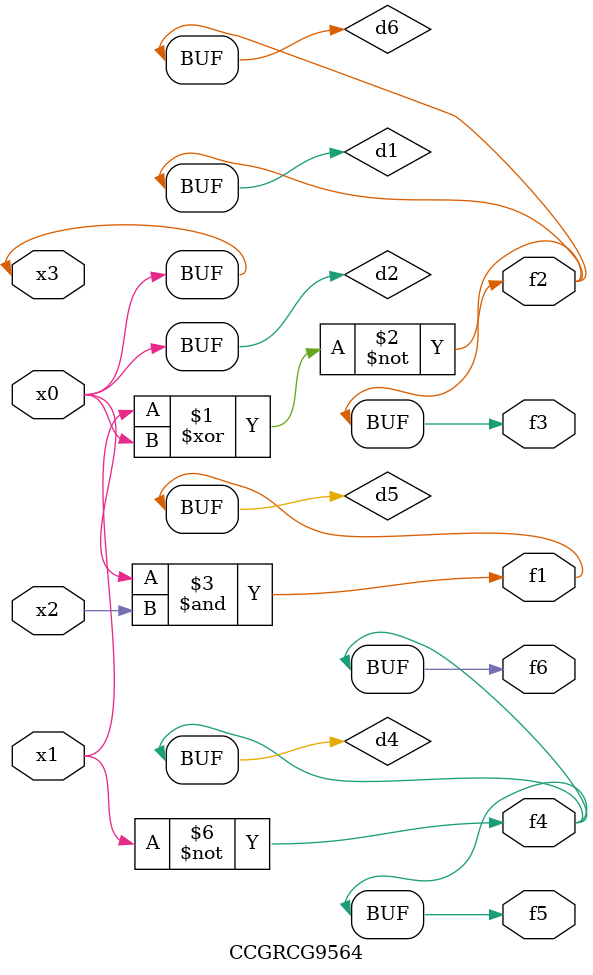
<source format=v>
module CCGRCG9564(
	input x0, x1, x2, x3,
	output f1, f2, f3, f4, f5, f6
);

	wire d1, d2, d3, d4, d5, d6;

	xnor (d1, x1, x3);
	buf (d2, x0, x3);
	nand (d3, x0, x2);
	not (d4, x1);
	nand (d5, d3);
	or (d6, d1);
	assign f1 = d5;
	assign f2 = d6;
	assign f3 = d6;
	assign f4 = d4;
	assign f5 = d4;
	assign f6 = d4;
endmodule

</source>
